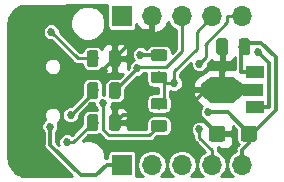
<source format=gbr>
G04 #@! TF.GenerationSoftware,KiCad,Pcbnew,(5.0.0)*
G04 #@! TF.CreationDate,2018-09-08T13:32:02-05:00*
G04 #@! TF.ProjectId,mini-attinyuino,6D696E692D617474696E7975696E6F2E,1.0*
G04 #@! TF.SameCoordinates,Original*
G04 #@! TF.FileFunction,Copper,L2,Bot,Signal*
G04 #@! TF.FilePolarity,Positive*
%FSLAX46Y46*%
G04 Gerber Fmt 4.6, Leading zero omitted, Abs format (unit mm)*
G04 Created by KiCad (PCBNEW (5.0.0)) date 09/08/18 13:32:02*
%MOMM*%
%LPD*%
G01*
G04 APERTURE LIST*
G04 #@! TA.AperFunction,ComponentPad*
%ADD10O,1.700000X1.700000*%
G04 #@! TD*
G04 #@! TA.AperFunction,ComponentPad*
%ADD11R,1.700000X1.700000*%
G04 #@! TD*
G04 #@! TA.AperFunction,Conductor*
%ADD12C,0.127000*%
G04 #@! TD*
G04 #@! TA.AperFunction,SMDPad,CuDef*
%ADD13C,1.350000*%
G04 #@! TD*
G04 #@! TA.AperFunction,SMDPad,CuDef*
%ADD14C,0.975000*%
G04 #@! TD*
G04 #@! TA.AperFunction,SMDPad,CuDef*
%ADD15C,0.850000*%
G04 #@! TD*
G04 #@! TA.AperFunction,SMDPad,CuDef*
%ADD16R,1.500000X1.000000*%
G04 #@! TD*
G04 #@! TA.AperFunction,SMDPad,CuDef*
%ADD17R,1.800000X1.000000*%
G04 #@! TD*
G04 #@! TA.AperFunction,SMDPad,CuDef*
%ADD18R,1.840000X2.200000*%
G04 #@! TD*
G04 #@! TA.AperFunction,SMDPad,CuDef*
%ADD19C,1.000000*%
G04 #@! TD*
G04 #@! TA.AperFunction,ViaPad*
%ADD20C,0.685800*%
G04 #@! TD*
G04 #@! TA.AperFunction,Conductor*
%ADD21C,0.300000*%
G04 #@! TD*
G04 #@! TA.AperFunction,Conductor*
%ADD22C,0.254000*%
G04 #@! TD*
G04 APERTURE END LIST*
D10*
G04 #@! TO.P,J1,5*
G04 #@! TO.N,+5V*
X136675000Y-99778800D03*
G04 #@! TO.P,J1,4*
G04 #@! TO.N,/PG3*
X134135000Y-99778800D03*
G04 #@! TO.P,J1,3*
G04 #@! TO.N,/PG1*
X131595000Y-99778800D03*
G04 #@! TO.P,J1,2*
G04 #@! TO.N,/PG4*
X129055000Y-99778800D03*
D11*
G04 #@! TO.P,J1,1*
G04 #@! TO.N,VBUS*
X126515000Y-99778800D03*
G04 #@! TD*
G04 #@! TO.P,J2,1*
G04 #@! TO.N,VCC*
X126515000Y-87233800D03*
D10*
G04 #@! TO.P,J2,2*
G04 #@! TO.N,GND*
X129055000Y-87233800D03*
G04 #@! TO.P,J2,3*
G04 #@! TO.N,Net-(J2-Pad3)*
X131595000Y-87233800D03*
G04 #@! TO.P,J2,4*
G04 #@! TO.N,Net-(J2-Pad4)*
X134135000Y-87233800D03*
G04 #@! TO.P,J2,5*
G04 #@! TO.N,/PG5*
X136675000Y-87233800D03*
G04 #@! TD*
D12*
G04 #@! TO.N,+5V*
G04 #@! TO.C,C1*
G36*
X137745505Y-96482204D02*
X137769773Y-96485804D01*
X137793572Y-96491765D01*
X137816671Y-96500030D01*
X137838850Y-96510520D01*
X137859893Y-96523132D01*
X137879599Y-96537747D01*
X137897777Y-96554223D01*
X137914253Y-96572401D01*
X137928868Y-96592107D01*
X137941480Y-96613150D01*
X137951970Y-96635329D01*
X137960235Y-96658428D01*
X137966196Y-96682227D01*
X137969796Y-96706495D01*
X137971000Y-96730999D01*
X137971000Y-97581001D01*
X137969796Y-97605505D01*
X137966196Y-97629773D01*
X137960235Y-97653572D01*
X137951970Y-97676671D01*
X137941480Y-97698850D01*
X137928868Y-97719893D01*
X137914253Y-97739599D01*
X137897777Y-97757777D01*
X137879599Y-97774253D01*
X137859893Y-97788868D01*
X137838850Y-97801480D01*
X137816671Y-97811970D01*
X137793572Y-97820235D01*
X137769773Y-97826196D01*
X137745505Y-97829796D01*
X137721001Y-97831000D01*
X136820999Y-97831000D01*
X136796495Y-97829796D01*
X136772227Y-97826196D01*
X136748428Y-97820235D01*
X136725329Y-97811970D01*
X136703150Y-97801480D01*
X136682107Y-97788868D01*
X136662401Y-97774253D01*
X136644223Y-97757777D01*
X136627747Y-97739599D01*
X136613132Y-97719893D01*
X136600520Y-97698850D01*
X136590030Y-97676671D01*
X136581765Y-97653572D01*
X136575804Y-97629773D01*
X136572204Y-97605505D01*
X136571000Y-97581001D01*
X136571000Y-96730999D01*
X136572204Y-96706495D01*
X136575804Y-96682227D01*
X136581765Y-96658428D01*
X136590030Y-96635329D01*
X136600520Y-96613150D01*
X136613132Y-96592107D01*
X136627747Y-96572401D01*
X136644223Y-96554223D01*
X136662401Y-96537747D01*
X136682107Y-96523132D01*
X136703150Y-96510520D01*
X136725329Y-96500030D01*
X136748428Y-96491765D01*
X136772227Y-96485804D01*
X136796495Y-96482204D01*
X136820999Y-96481000D01*
X137721001Y-96481000D01*
X137745505Y-96482204D01*
X137745505Y-96482204D01*
G37*
D13*
G04 #@! TD*
G04 #@! TO.P,C1,1*
G04 #@! TO.N,+5V*
X137271000Y-97156000D03*
D12*
G04 #@! TO.N,GND*
G04 #@! TO.C,C1*
G36*
X135045505Y-96482204D02*
X135069773Y-96485804D01*
X135093572Y-96491765D01*
X135116671Y-96500030D01*
X135138850Y-96510520D01*
X135159893Y-96523132D01*
X135179599Y-96537747D01*
X135197777Y-96554223D01*
X135214253Y-96572401D01*
X135228868Y-96592107D01*
X135241480Y-96613150D01*
X135251970Y-96635329D01*
X135260235Y-96658428D01*
X135266196Y-96682227D01*
X135269796Y-96706495D01*
X135271000Y-96730999D01*
X135271000Y-97581001D01*
X135269796Y-97605505D01*
X135266196Y-97629773D01*
X135260235Y-97653572D01*
X135251970Y-97676671D01*
X135241480Y-97698850D01*
X135228868Y-97719893D01*
X135214253Y-97739599D01*
X135197777Y-97757777D01*
X135179599Y-97774253D01*
X135159893Y-97788868D01*
X135138850Y-97801480D01*
X135116671Y-97811970D01*
X135093572Y-97820235D01*
X135069773Y-97826196D01*
X135045505Y-97829796D01*
X135021001Y-97831000D01*
X134120999Y-97831000D01*
X134096495Y-97829796D01*
X134072227Y-97826196D01*
X134048428Y-97820235D01*
X134025329Y-97811970D01*
X134003150Y-97801480D01*
X133982107Y-97788868D01*
X133962401Y-97774253D01*
X133944223Y-97757777D01*
X133927747Y-97739599D01*
X133913132Y-97719893D01*
X133900520Y-97698850D01*
X133890030Y-97676671D01*
X133881765Y-97653572D01*
X133875804Y-97629773D01*
X133872204Y-97605505D01*
X133871000Y-97581001D01*
X133871000Y-96730999D01*
X133872204Y-96706495D01*
X133875804Y-96682227D01*
X133881765Y-96658428D01*
X133890030Y-96635329D01*
X133900520Y-96613150D01*
X133913132Y-96592107D01*
X133927747Y-96572401D01*
X133944223Y-96554223D01*
X133962401Y-96537747D01*
X133982107Y-96523132D01*
X134003150Y-96510520D01*
X134025329Y-96500030D01*
X134048428Y-96491765D01*
X134072227Y-96485804D01*
X134096495Y-96482204D01*
X134120999Y-96481000D01*
X135021001Y-96481000D01*
X135045505Y-96482204D01*
X135045505Y-96482204D01*
G37*
D13*
G04 #@! TD*
G04 #@! TO.P,C1,2*
G04 #@! TO.N,GND*
X134571000Y-97156000D03*
D12*
G04 #@! TO.N,+5V*
G04 #@! TO.C,C2*
G36*
X137148142Y-89092674D02*
X137171803Y-89096184D01*
X137195007Y-89101996D01*
X137217529Y-89110054D01*
X137239153Y-89120282D01*
X137259670Y-89132579D01*
X137278883Y-89146829D01*
X137296607Y-89162893D01*
X137312671Y-89180617D01*
X137326921Y-89199830D01*
X137339218Y-89220347D01*
X137349446Y-89241971D01*
X137357504Y-89264493D01*
X137363316Y-89287697D01*
X137366826Y-89311358D01*
X137368000Y-89335250D01*
X137368000Y-90247750D01*
X137366826Y-90271642D01*
X137363316Y-90295303D01*
X137357504Y-90318507D01*
X137349446Y-90341029D01*
X137339218Y-90362653D01*
X137326921Y-90383170D01*
X137312671Y-90402383D01*
X137296607Y-90420107D01*
X137278883Y-90436171D01*
X137259670Y-90450421D01*
X137239153Y-90462718D01*
X137217529Y-90472946D01*
X137195007Y-90481004D01*
X137171803Y-90486816D01*
X137148142Y-90490326D01*
X137124250Y-90491500D01*
X136636750Y-90491500D01*
X136612858Y-90490326D01*
X136589197Y-90486816D01*
X136565993Y-90481004D01*
X136543471Y-90472946D01*
X136521847Y-90462718D01*
X136501330Y-90450421D01*
X136482117Y-90436171D01*
X136464393Y-90420107D01*
X136448329Y-90402383D01*
X136434079Y-90383170D01*
X136421782Y-90362653D01*
X136411554Y-90341029D01*
X136403496Y-90318507D01*
X136397684Y-90295303D01*
X136394174Y-90271642D01*
X136393000Y-90247750D01*
X136393000Y-89335250D01*
X136394174Y-89311358D01*
X136397684Y-89287697D01*
X136403496Y-89264493D01*
X136411554Y-89241971D01*
X136421782Y-89220347D01*
X136434079Y-89199830D01*
X136448329Y-89180617D01*
X136464393Y-89162893D01*
X136482117Y-89146829D01*
X136501330Y-89132579D01*
X136521847Y-89120282D01*
X136543471Y-89110054D01*
X136565993Y-89101996D01*
X136589197Y-89096184D01*
X136612858Y-89092674D01*
X136636750Y-89091500D01*
X137124250Y-89091500D01*
X137148142Y-89092674D01*
X137148142Y-89092674D01*
G37*
D14*
G04 #@! TD*
G04 #@! TO.P,C2,1*
G04 #@! TO.N,+5V*
X136880500Y-89791500D03*
D12*
G04 #@! TO.N,GND*
G04 #@! TO.C,C2*
G36*
X135273142Y-89092674D02*
X135296803Y-89096184D01*
X135320007Y-89101996D01*
X135342529Y-89110054D01*
X135364153Y-89120282D01*
X135384670Y-89132579D01*
X135403883Y-89146829D01*
X135421607Y-89162893D01*
X135437671Y-89180617D01*
X135451921Y-89199830D01*
X135464218Y-89220347D01*
X135474446Y-89241971D01*
X135482504Y-89264493D01*
X135488316Y-89287697D01*
X135491826Y-89311358D01*
X135493000Y-89335250D01*
X135493000Y-90247750D01*
X135491826Y-90271642D01*
X135488316Y-90295303D01*
X135482504Y-90318507D01*
X135474446Y-90341029D01*
X135464218Y-90362653D01*
X135451921Y-90383170D01*
X135437671Y-90402383D01*
X135421607Y-90420107D01*
X135403883Y-90436171D01*
X135384670Y-90450421D01*
X135364153Y-90462718D01*
X135342529Y-90472946D01*
X135320007Y-90481004D01*
X135296803Y-90486816D01*
X135273142Y-90490326D01*
X135249250Y-90491500D01*
X134761750Y-90491500D01*
X134737858Y-90490326D01*
X134714197Y-90486816D01*
X134690993Y-90481004D01*
X134668471Y-90472946D01*
X134646847Y-90462718D01*
X134626330Y-90450421D01*
X134607117Y-90436171D01*
X134589393Y-90420107D01*
X134573329Y-90402383D01*
X134559079Y-90383170D01*
X134546782Y-90362653D01*
X134536554Y-90341029D01*
X134528496Y-90318507D01*
X134522684Y-90295303D01*
X134519174Y-90271642D01*
X134518000Y-90247750D01*
X134518000Y-89335250D01*
X134519174Y-89311358D01*
X134522684Y-89287697D01*
X134528496Y-89264493D01*
X134536554Y-89241971D01*
X134546782Y-89220347D01*
X134559079Y-89199830D01*
X134573329Y-89180617D01*
X134589393Y-89162893D01*
X134607117Y-89146829D01*
X134626330Y-89132579D01*
X134646847Y-89120282D01*
X134668471Y-89110054D01*
X134690993Y-89101996D01*
X134714197Y-89096184D01*
X134737858Y-89092674D01*
X134761750Y-89091500D01*
X135249250Y-89091500D01*
X135273142Y-89092674D01*
X135273142Y-89092674D01*
G37*
D14*
G04 #@! TD*
G04 #@! TO.P,C2,2*
G04 #@! TO.N,GND*
X135005500Y-89791500D03*
D12*
G04 #@! TO.N,GND*
G04 #@! TO.C,R1*
G36*
X126183142Y-95518774D02*
X126206803Y-95522284D01*
X126230007Y-95528096D01*
X126252529Y-95536154D01*
X126274153Y-95546382D01*
X126294670Y-95558679D01*
X126313883Y-95572929D01*
X126331607Y-95588993D01*
X126347671Y-95606717D01*
X126361921Y-95625930D01*
X126374218Y-95646447D01*
X126384446Y-95668071D01*
X126392504Y-95690593D01*
X126398316Y-95713797D01*
X126401826Y-95737458D01*
X126403000Y-95761350D01*
X126403000Y-96673850D01*
X126401826Y-96697742D01*
X126398316Y-96721403D01*
X126392504Y-96744607D01*
X126384446Y-96767129D01*
X126374218Y-96788753D01*
X126361921Y-96809270D01*
X126347671Y-96828483D01*
X126331607Y-96846207D01*
X126313883Y-96862271D01*
X126294670Y-96876521D01*
X126274153Y-96888818D01*
X126252529Y-96899046D01*
X126230007Y-96907104D01*
X126206803Y-96912916D01*
X126183142Y-96916426D01*
X126159250Y-96917600D01*
X125671750Y-96917600D01*
X125647858Y-96916426D01*
X125624197Y-96912916D01*
X125600993Y-96907104D01*
X125578471Y-96899046D01*
X125556847Y-96888818D01*
X125536330Y-96876521D01*
X125517117Y-96862271D01*
X125499393Y-96846207D01*
X125483329Y-96828483D01*
X125469079Y-96809270D01*
X125456782Y-96788753D01*
X125446554Y-96767129D01*
X125438496Y-96744607D01*
X125432684Y-96721403D01*
X125429174Y-96697742D01*
X125428000Y-96673850D01*
X125428000Y-95761350D01*
X125429174Y-95737458D01*
X125432684Y-95713797D01*
X125438496Y-95690593D01*
X125446554Y-95668071D01*
X125456782Y-95646447D01*
X125469079Y-95625930D01*
X125483329Y-95606717D01*
X125499393Y-95588993D01*
X125517117Y-95572929D01*
X125536330Y-95558679D01*
X125556847Y-95546382D01*
X125578471Y-95536154D01*
X125600993Y-95528096D01*
X125624197Y-95522284D01*
X125647858Y-95518774D01*
X125671750Y-95517600D01*
X126159250Y-95517600D01*
X126183142Y-95518774D01*
X126183142Y-95518774D01*
G37*
D14*
G04 #@! TD*
G04 #@! TO.P,R1,2*
G04 #@! TO.N,GND*
X125915500Y-96217600D03*
D12*
G04 #@! TO.N,Net-(D1-Pad1)*
G04 #@! TO.C,R1*
G36*
X124308142Y-95518774D02*
X124331803Y-95522284D01*
X124355007Y-95528096D01*
X124377529Y-95536154D01*
X124399153Y-95546382D01*
X124419670Y-95558679D01*
X124438883Y-95572929D01*
X124456607Y-95588993D01*
X124472671Y-95606717D01*
X124486921Y-95625930D01*
X124499218Y-95646447D01*
X124509446Y-95668071D01*
X124517504Y-95690593D01*
X124523316Y-95713797D01*
X124526826Y-95737458D01*
X124528000Y-95761350D01*
X124528000Y-96673850D01*
X124526826Y-96697742D01*
X124523316Y-96721403D01*
X124517504Y-96744607D01*
X124509446Y-96767129D01*
X124499218Y-96788753D01*
X124486921Y-96809270D01*
X124472671Y-96828483D01*
X124456607Y-96846207D01*
X124438883Y-96862271D01*
X124419670Y-96876521D01*
X124399153Y-96888818D01*
X124377529Y-96899046D01*
X124355007Y-96907104D01*
X124331803Y-96912916D01*
X124308142Y-96916426D01*
X124284250Y-96917600D01*
X123796750Y-96917600D01*
X123772858Y-96916426D01*
X123749197Y-96912916D01*
X123725993Y-96907104D01*
X123703471Y-96899046D01*
X123681847Y-96888818D01*
X123661330Y-96876521D01*
X123642117Y-96862271D01*
X123624393Y-96846207D01*
X123608329Y-96828483D01*
X123594079Y-96809270D01*
X123581782Y-96788753D01*
X123571554Y-96767129D01*
X123563496Y-96744607D01*
X123557684Y-96721403D01*
X123554174Y-96697742D01*
X123553000Y-96673850D01*
X123553000Y-95761350D01*
X123554174Y-95737458D01*
X123557684Y-95713797D01*
X123563496Y-95690593D01*
X123571554Y-95668071D01*
X123581782Y-95646447D01*
X123594079Y-95625930D01*
X123608329Y-95606717D01*
X123624393Y-95588993D01*
X123642117Y-95572929D01*
X123661330Y-95558679D01*
X123681847Y-95546382D01*
X123703471Y-95536154D01*
X123725993Y-95528096D01*
X123749197Y-95522284D01*
X123772858Y-95518774D01*
X123796750Y-95517600D01*
X124284250Y-95517600D01*
X124308142Y-95518774D01*
X124308142Y-95518774D01*
G37*
D14*
G04 #@! TD*
G04 #@! TO.P,R1,1*
G04 #@! TO.N,Net-(D1-Pad1)*
X124040500Y-96217600D03*
D12*
G04 #@! TO.N,Net-(D3-Pad1)*
G04 #@! TO.C,R2*
G36*
X124308142Y-90096274D02*
X124331803Y-90099784D01*
X124355007Y-90105596D01*
X124377529Y-90113654D01*
X124399153Y-90123882D01*
X124419670Y-90136179D01*
X124438883Y-90150429D01*
X124456607Y-90166493D01*
X124472671Y-90184217D01*
X124486921Y-90203430D01*
X124499218Y-90223947D01*
X124509446Y-90245571D01*
X124517504Y-90268093D01*
X124523316Y-90291297D01*
X124526826Y-90314958D01*
X124528000Y-90338850D01*
X124528000Y-91251350D01*
X124526826Y-91275242D01*
X124523316Y-91298903D01*
X124517504Y-91322107D01*
X124509446Y-91344629D01*
X124499218Y-91366253D01*
X124486921Y-91386770D01*
X124472671Y-91405983D01*
X124456607Y-91423707D01*
X124438883Y-91439771D01*
X124419670Y-91454021D01*
X124399153Y-91466318D01*
X124377529Y-91476546D01*
X124355007Y-91484604D01*
X124331803Y-91490416D01*
X124308142Y-91493926D01*
X124284250Y-91495100D01*
X123796750Y-91495100D01*
X123772858Y-91493926D01*
X123749197Y-91490416D01*
X123725993Y-91484604D01*
X123703471Y-91476546D01*
X123681847Y-91466318D01*
X123661330Y-91454021D01*
X123642117Y-91439771D01*
X123624393Y-91423707D01*
X123608329Y-91405983D01*
X123594079Y-91386770D01*
X123581782Y-91366253D01*
X123571554Y-91344629D01*
X123563496Y-91322107D01*
X123557684Y-91298903D01*
X123554174Y-91275242D01*
X123553000Y-91251350D01*
X123553000Y-90338850D01*
X123554174Y-90314958D01*
X123557684Y-90291297D01*
X123563496Y-90268093D01*
X123571554Y-90245571D01*
X123581782Y-90223947D01*
X123594079Y-90203430D01*
X123608329Y-90184217D01*
X123624393Y-90166493D01*
X123642117Y-90150429D01*
X123661330Y-90136179D01*
X123681847Y-90123882D01*
X123703471Y-90113654D01*
X123725993Y-90105596D01*
X123749197Y-90099784D01*
X123772858Y-90096274D01*
X123796750Y-90095100D01*
X124284250Y-90095100D01*
X124308142Y-90096274D01*
X124308142Y-90096274D01*
G37*
D14*
G04 #@! TD*
G04 #@! TO.P,R2,1*
G04 #@! TO.N,Net-(D3-Pad1)*
X124040500Y-90795100D03*
D12*
G04 #@! TO.N,GND*
G04 #@! TO.C,R2*
G36*
X126183142Y-90096274D02*
X126206803Y-90099784D01*
X126230007Y-90105596D01*
X126252529Y-90113654D01*
X126274153Y-90123882D01*
X126294670Y-90136179D01*
X126313883Y-90150429D01*
X126331607Y-90166493D01*
X126347671Y-90184217D01*
X126361921Y-90203430D01*
X126374218Y-90223947D01*
X126384446Y-90245571D01*
X126392504Y-90268093D01*
X126398316Y-90291297D01*
X126401826Y-90314958D01*
X126403000Y-90338850D01*
X126403000Y-91251350D01*
X126401826Y-91275242D01*
X126398316Y-91298903D01*
X126392504Y-91322107D01*
X126384446Y-91344629D01*
X126374218Y-91366253D01*
X126361921Y-91386770D01*
X126347671Y-91405983D01*
X126331607Y-91423707D01*
X126313883Y-91439771D01*
X126294670Y-91454021D01*
X126274153Y-91466318D01*
X126252529Y-91476546D01*
X126230007Y-91484604D01*
X126206803Y-91490416D01*
X126183142Y-91493926D01*
X126159250Y-91495100D01*
X125671750Y-91495100D01*
X125647858Y-91493926D01*
X125624197Y-91490416D01*
X125600993Y-91484604D01*
X125578471Y-91476546D01*
X125556847Y-91466318D01*
X125536330Y-91454021D01*
X125517117Y-91439771D01*
X125499393Y-91423707D01*
X125483329Y-91405983D01*
X125469079Y-91386770D01*
X125456782Y-91366253D01*
X125446554Y-91344629D01*
X125438496Y-91322107D01*
X125432684Y-91298903D01*
X125429174Y-91275242D01*
X125428000Y-91251350D01*
X125428000Y-90338850D01*
X125429174Y-90314958D01*
X125432684Y-90291297D01*
X125438496Y-90268093D01*
X125446554Y-90245571D01*
X125456782Y-90223947D01*
X125469079Y-90203430D01*
X125483329Y-90184217D01*
X125499393Y-90166493D01*
X125517117Y-90150429D01*
X125536330Y-90136179D01*
X125556847Y-90123882D01*
X125578471Y-90113654D01*
X125600993Y-90105596D01*
X125624197Y-90099784D01*
X125647858Y-90096274D01*
X125671750Y-90095100D01*
X126159250Y-90095100D01*
X126183142Y-90096274D01*
X126183142Y-90096274D01*
G37*
D14*
G04 #@! TD*
G04 #@! TO.P,R2,2*
G04 #@! TO.N,GND*
X125915500Y-90795100D03*
D12*
G04 #@! TO.N,Net-(D5-Pad1)*
G04 #@! TO.C,R3*
G36*
X124308142Y-92807474D02*
X124331803Y-92810984D01*
X124355007Y-92816796D01*
X124377529Y-92824854D01*
X124399153Y-92835082D01*
X124419670Y-92847379D01*
X124438883Y-92861629D01*
X124456607Y-92877693D01*
X124472671Y-92895417D01*
X124486921Y-92914630D01*
X124499218Y-92935147D01*
X124509446Y-92956771D01*
X124517504Y-92979293D01*
X124523316Y-93002497D01*
X124526826Y-93026158D01*
X124528000Y-93050050D01*
X124528000Y-93962550D01*
X124526826Y-93986442D01*
X124523316Y-94010103D01*
X124517504Y-94033307D01*
X124509446Y-94055829D01*
X124499218Y-94077453D01*
X124486921Y-94097970D01*
X124472671Y-94117183D01*
X124456607Y-94134907D01*
X124438883Y-94150971D01*
X124419670Y-94165221D01*
X124399153Y-94177518D01*
X124377529Y-94187746D01*
X124355007Y-94195804D01*
X124331803Y-94201616D01*
X124308142Y-94205126D01*
X124284250Y-94206300D01*
X123796750Y-94206300D01*
X123772858Y-94205126D01*
X123749197Y-94201616D01*
X123725993Y-94195804D01*
X123703471Y-94187746D01*
X123681847Y-94177518D01*
X123661330Y-94165221D01*
X123642117Y-94150971D01*
X123624393Y-94134907D01*
X123608329Y-94117183D01*
X123594079Y-94097970D01*
X123581782Y-94077453D01*
X123571554Y-94055829D01*
X123563496Y-94033307D01*
X123557684Y-94010103D01*
X123554174Y-93986442D01*
X123553000Y-93962550D01*
X123553000Y-93050050D01*
X123554174Y-93026158D01*
X123557684Y-93002497D01*
X123563496Y-92979293D01*
X123571554Y-92956771D01*
X123581782Y-92935147D01*
X123594079Y-92914630D01*
X123608329Y-92895417D01*
X123624393Y-92877693D01*
X123642117Y-92861629D01*
X123661330Y-92847379D01*
X123681847Y-92835082D01*
X123703471Y-92824854D01*
X123725993Y-92816796D01*
X123749197Y-92810984D01*
X123772858Y-92807474D01*
X123796750Y-92806300D01*
X124284250Y-92806300D01*
X124308142Y-92807474D01*
X124308142Y-92807474D01*
G37*
D14*
G04 #@! TD*
G04 #@! TO.P,R3,1*
G04 #@! TO.N,Net-(D5-Pad1)*
X124040500Y-93506300D03*
D12*
G04 #@! TO.N,Net-(J2-Pad3)*
G04 #@! TO.C,R3*
G36*
X126183142Y-92807474D02*
X126206803Y-92810984D01*
X126230007Y-92816796D01*
X126252529Y-92824854D01*
X126274153Y-92835082D01*
X126294670Y-92847379D01*
X126313883Y-92861629D01*
X126331607Y-92877693D01*
X126347671Y-92895417D01*
X126361921Y-92914630D01*
X126374218Y-92935147D01*
X126384446Y-92956771D01*
X126392504Y-92979293D01*
X126398316Y-93002497D01*
X126401826Y-93026158D01*
X126403000Y-93050050D01*
X126403000Y-93962550D01*
X126401826Y-93986442D01*
X126398316Y-94010103D01*
X126392504Y-94033307D01*
X126384446Y-94055829D01*
X126374218Y-94077453D01*
X126361921Y-94097970D01*
X126347671Y-94117183D01*
X126331607Y-94134907D01*
X126313883Y-94150971D01*
X126294670Y-94165221D01*
X126274153Y-94177518D01*
X126252529Y-94187746D01*
X126230007Y-94195804D01*
X126206803Y-94201616D01*
X126183142Y-94205126D01*
X126159250Y-94206300D01*
X125671750Y-94206300D01*
X125647858Y-94205126D01*
X125624197Y-94201616D01*
X125600993Y-94195804D01*
X125578471Y-94187746D01*
X125556847Y-94177518D01*
X125536330Y-94165221D01*
X125517117Y-94150971D01*
X125499393Y-94134907D01*
X125483329Y-94117183D01*
X125469079Y-94097970D01*
X125456782Y-94077453D01*
X125446554Y-94055829D01*
X125438496Y-94033307D01*
X125432684Y-94010103D01*
X125429174Y-93986442D01*
X125428000Y-93962550D01*
X125428000Y-93050050D01*
X125429174Y-93026158D01*
X125432684Y-93002497D01*
X125438496Y-92979293D01*
X125446554Y-92956771D01*
X125456782Y-92935147D01*
X125469079Y-92914630D01*
X125483329Y-92895417D01*
X125499393Y-92877693D01*
X125517117Y-92861629D01*
X125536330Y-92847379D01*
X125556847Y-92835082D01*
X125578471Y-92824854D01*
X125600993Y-92816796D01*
X125624197Y-92810984D01*
X125647858Y-92807474D01*
X125671750Y-92806300D01*
X126159250Y-92806300D01*
X126183142Y-92807474D01*
X126183142Y-92807474D01*
G37*
D14*
G04 #@! TD*
G04 #@! TO.P,R3,2*
G04 #@! TO.N,Net-(J2-Pad3)*
X125915500Y-93506300D03*
D12*
G04 #@! TO.N,+5V*
G04 #@! TO.C,R4*
G36*
X130134142Y-90031574D02*
X130157803Y-90035084D01*
X130181007Y-90040896D01*
X130203529Y-90048954D01*
X130225153Y-90059182D01*
X130245670Y-90071479D01*
X130264883Y-90085729D01*
X130282607Y-90101793D01*
X130298671Y-90119517D01*
X130312921Y-90138730D01*
X130325218Y-90159247D01*
X130335446Y-90180871D01*
X130343504Y-90203393D01*
X130349316Y-90226597D01*
X130352826Y-90250258D01*
X130354000Y-90274150D01*
X130354000Y-90761650D01*
X130352826Y-90785542D01*
X130349316Y-90809203D01*
X130343504Y-90832407D01*
X130335446Y-90854929D01*
X130325218Y-90876553D01*
X130312921Y-90897070D01*
X130298671Y-90916283D01*
X130282607Y-90934007D01*
X130264883Y-90950071D01*
X130245670Y-90964321D01*
X130225153Y-90976618D01*
X130203529Y-90986846D01*
X130181007Y-90994904D01*
X130157803Y-91000716D01*
X130134142Y-91004226D01*
X130110250Y-91005400D01*
X129197750Y-91005400D01*
X129173858Y-91004226D01*
X129150197Y-91000716D01*
X129126993Y-90994904D01*
X129104471Y-90986846D01*
X129082847Y-90976618D01*
X129062330Y-90964321D01*
X129043117Y-90950071D01*
X129025393Y-90934007D01*
X129009329Y-90916283D01*
X128995079Y-90897070D01*
X128982782Y-90876553D01*
X128972554Y-90854929D01*
X128964496Y-90832407D01*
X128958684Y-90809203D01*
X128955174Y-90785542D01*
X128954000Y-90761650D01*
X128954000Y-90274150D01*
X128955174Y-90250258D01*
X128958684Y-90226597D01*
X128964496Y-90203393D01*
X128972554Y-90180871D01*
X128982782Y-90159247D01*
X128995079Y-90138730D01*
X129009329Y-90119517D01*
X129025393Y-90101793D01*
X129043117Y-90085729D01*
X129062330Y-90071479D01*
X129082847Y-90059182D01*
X129104471Y-90048954D01*
X129126993Y-90040896D01*
X129150197Y-90035084D01*
X129173858Y-90031574D01*
X129197750Y-90030400D01*
X130110250Y-90030400D01*
X130134142Y-90031574D01*
X130134142Y-90031574D01*
G37*
D14*
G04 #@! TD*
G04 #@! TO.P,R4,1*
G04 #@! TO.N,+5V*
X129654000Y-90517900D03*
D12*
G04 #@! TO.N,Net-(J2-Pad4)*
G04 #@! TO.C,R4*
G36*
X130134142Y-91906574D02*
X130157803Y-91910084D01*
X130181007Y-91915896D01*
X130203529Y-91923954D01*
X130225153Y-91934182D01*
X130245670Y-91946479D01*
X130264883Y-91960729D01*
X130282607Y-91976793D01*
X130298671Y-91994517D01*
X130312921Y-92013730D01*
X130325218Y-92034247D01*
X130335446Y-92055871D01*
X130343504Y-92078393D01*
X130349316Y-92101597D01*
X130352826Y-92125258D01*
X130354000Y-92149150D01*
X130354000Y-92636650D01*
X130352826Y-92660542D01*
X130349316Y-92684203D01*
X130343504Y-92707407D01*
X130335446Y-92729929D01*
X130325218Y-92751553D01*
X130312921Y-92772070D01*
X130298671Y-92791283D01*
X130282607Y-92809007D01*
X130264883Y-92825071D01*
X130245670Y-92839321D01*
X130225153Y-92851618D01*
X130203529Y-92861846D01*
X130181007Y-92869904D01*
X130157803Y-92875716D01*
X130134142Y-92879226D01*
X130110250Y-92880400D01*
X129197750Y-92880400D01*
X129173858Y-92879226D01*
X129150197Y-92875716D01*
X129126993Y-92869904D01*
X129104471Y-92861846D01*
X129082847Y-92851618D01*
X129062330Y-92839321D01*
X129043117Y-92825071D01*
X129025393Y-92809007D01*
X129009329Y-92791283D01*
X128995079Y-92772070D01*
X128982782Y-92751553D01*
X128972554Y-92729929D01*
X128964496Y-92707407D01*
X128958684Y-92684203D01*
X128955174Y-92660542D01*
X128954000Y-92636650D01*
X128954000Y-92149150D01*
X128955174Y-92125258D01*
X128958684Y-92101597D01*
X128964496Y-92078393D01*
X128972554Y-92055871D01*
X128982782Y-92034247D01*
X128995079Y-92013730D01*
X129009329Y-91994517D01*
X129025393Y-91976793D01*
X129043117Y-91960729D01*
X129062330Y-91946479D01*
X129082847Y-91934182D01*
X129104471Y-91923954D01*
X129126993Y-91915896D01*
X129150197Y-91910084D01*
X129173858Y-91906574D01*
X129197750Y-91905400D01*
X130110250Y-91905400D01*
X130134142Y-91906574D01*
X130134142Y-91906574D01*
G37*
D14*
G04 #@! TD*
G04 #@! TO.P,R4,2*
G04 #@! TO.N,Net-(J2-Pad4)*
X129654000Y-92392900D03*
D12*
G04 #@! TO.N,Net-(J2-Pad4)*
G04 #@! TO.C,R5*
G36*
X130134142Y-94133274D02*
X130157803Y-94136784D01*
X130181007Y-94142596D01*
X130203529Y-94150654D01*
X130225153Y-94160882D01*
X130245670Y-94173179D01*
X130264883Y-94187429D01*
X130282607Y-94203493D01*
X130298671Y-94221217D01*
X130312921Y-94240430D01*
X130325218Y-94260947D01*
X130335446Y-94282571D01*
X130343504Y-94305093D01*
X130349316Y-94328297D01*
X130352826Y-94351958D01*
X130354000Y-94375850D01*
X130354000Y-94863350D01*
X130352826Y-94887242D01*
X130349316Y-94910903D01*
X130343504Y-94934107D01*
X130335446Y-94956629D01*
X130325218Y-94978253D01*
X130312921Y-94998770D01*
X130298671Y-95017983D01*
X130282607Y-95035707D01*
X130264883Y-95051771D01*
X130245670Y-95066021D01*
X130225153Y-95078318D01*
X130203529Y-95088546D01*
X130181007Y-95096604D01*
X130157803Y-95102416D01*
X130134142Y-95105926D01*
X130110250Y-95107100D01*
X129197750Y-95107100D01*
X129173858Y-95105926D01*
X129150197Y-95102416D01*
X129126993Y-95096604D01*
X129104471Y-95088546D01*
X129082847Y-95078318D01*
X129062330Y-95066021D01*
X129043117Y-95051771D01*
X129025393Y-95035707D01*
X129009329Y-95017983D01*
X128995079Y-94998770D01*
X128982782Y-94978253D01*
X128972554Y-94956629D01*
X128964496Y-94934107D01*
X128958684Y-94910903D01*
X128955174Y-94887242D01*
X128954000Y-94863350D01*
X128954000Y-94375850D01*
X128955174Y-94351958D01*
X128958684Y-94328297D01*
X128964496Y-94305093D01*
X128972554Y-94282571D01*
X128982782Y-94260947D01*
X128995079Y-94240430D01*
X129009329Y-94221217D01*
X129025393Y-94203493D01*
X129043117Y-94187429D01*
X129062330Y-94173179D01*
X129082847Y-94160882D01*
X129104471Y-94150654D01*
X129126993Y-94142596D01*
X129150197Y-94136784D01*
X129173858Y-94133274D01*
X129197750Y-94132100D01*
X130110250Y-94132100D01*
X130134142Y-94133274D01*
X130134142Y-94133274D01*
G37*
D14*
G04 #@! TD*
G04 #@! TO.P,R5,2*
G04 #@! TO.N,Net-(J2-Pad4)*
X129654000Y-94619600D03*
D12*
G04 #@! TO.N,Net-(D4-Pad1)*
G04 #@! TO.C,R5*
G36*
X130134142Y-96008274D02*
X130157803Y-96011784D01*
X130181007Y-96017596D01*
X130203529Y-96025654D01*
X130225153Y-96035882D01*
X130245670Y-96048179D01*
X130264883Y-96062429D01*
X130282607Y-96078493D01*
X130298671Y-96096217D01*
X130312921Y-96115430D01*
X130325218Y-96135947D01*
X130335446Y-96157571D01*
X130343504Y-96180093D01*
X130349316Y-96203297D01*
X130352826Y-96226958D01*
X130354000Y-96250850D01*
X130354000Y-96738350D01*
X130352826Y-96762242D01*
X130349316Y-96785903D01*
X130343504Y-96809107D01*
X130335446Y-96831629D01*
X130325218Y-96853253D01*
X130312921Y-96873770D01*
X130298671Y-96892983D01*
X130282607Y-96910707D01*
X130264883Y-96926771D01*
X130245670Y-96941021D01*
X130225153Y-96953318D01*
X130203529Y-96963546D01*
X130181007Y-96971604D01*
X130157803Y-96977416D01*
X130134142Y-96980926D01*
X130110250Y-96982100D01*
X129197750Y-96982100D01*
X129173858Y-96980926D01*
X129150197Y-96977416D01*
X129126993Y-96971604D01*
X129104471Y-96963546D01*
X129082847Y-96953318D01*
X129062330Y-96941021D01*
X129043117Y-96926771D01*
X129025393Y-96910707D01*
X129009329Y-96892983D01*
X128995079Y-96873770D01*
X128982782Y-96853253D01*
X128972554Y-96831629D01*
X128964496Y-96809107D01*
X128958684Y-96785903D01*
X128955174Y-96762242D01*
X128954000Y-96738350D01*
X128954000Y-96250850D01*
X128955174Y-96226958D01*
X128958684Y-96203297D01*
X128964496Y-96180093D01*
X128972554Y-96157571D01*
X128982782Y-96135947D01*
X128995079Y-96115430D01*
X129009329Y-96096217D01*
X129025393Y-96078493D01*
X129043117Y-96062429D01*
X129062330Y-96048179D01*
X129082847Y-96035882D01*
X129104471Y-96025654D01*
X129126993Y-96017596D01*
X129150197Y-96011784D01*
X129173858Y-96008274D01*
X129197750Y-96007100D01*
X130110250Y-96007100D01*
X130134142Y-96008274D01*
X130134142Y-96008274D01*
G37*
D14*
G04 #@! TD*
G04 #@! TO.P,R5,1*
G04 #@! TO.N,Net-(D4-Pad1)*
X129654000Y-96494600D03*
D15*
G04 #@! TO.P,U1,2*
G04 #@! TO.N,GND*
X133651000Y-93423800D03*
D12*
G04 #@! TD*
G04 #@! TO.N,GND*
G04 #@! TO.C,U1*
G36*
X133226000Y-92923800D02*
X134076000Y-92323800D01*
X134076000Y-94523800D01*
X133226000Y-93923800D01*
X133226000Y-92923800D01*
X133226000Y-92923800D01*
G37*
D16*
G04 #@! TO.P,U1,1*
G04 #@! TO.N,+5V*
X137798000Y-91923800D03*
D17*
G04 #@! TO.P,U1,2*
G04 #@! TO.N,GND*
X137651500Y-93423800D03*
D16*
G04 #@! TO.P,U1,3*
G04 #@! TO.N,VCC*
X137798000Y-94923800D03*
D18*
G04 #@! TO.P,U1,2*
G04 #@! TO.N,GND*
X134984500Y-93423800D03*
D19*
X136394200Y-93423800D03*
D12*
G04 #@! TD*
G04 #@! TO.N,GND*
G04 #@! TO.C,U1*
G36*
X136894200Y-93823800D02*
X135894200Y-94523800D01*
X135894200Y-92323800D01*
X136894200Y-93023800D01*
X136894200Y-93823800D01*
X136894200Y-93823800D01*
G37*
D20*
G04 #@! TO.N,+5V*
X133817800Y-95346300D03*
X128087500Y-90479600D03*
G04 #@! TO.N,GND*
X125022500Y-91829900D03*
X131121500Y-95313100D03*
G04 #@! TO.N,Net-(D1-Pad1)*
X121872000Y-97851100D03*
G04 #@! TO.N,Net-(D3-Pad1)*
X120522700Y-88541700D03*
G04 #@! TO.N,VCC*
X138019500Y-90216100D03*
G04 #@! TO.N,Net-(D5-Pad1)*
X122171700Y-95565200D03*
G04 #@! TO.N,/PG3*
X133086200Y-96788100D03*
G04 #@! TO.N,/PG5*
X133070100Y-91223900D03*
G04 #@! TO.N,VBUS*
X120423200Y-96564100D03*
G04 #@! TO.N,Net-(D4-Pad1)*
X124923800Y-94584300D03*
G04 #@! TO.N,Net-(J2-Pad4)*
X130963400Y-92890100D03*
G04 #@! TO.N,Net-(J2-Pad3)*
X127820000Y-91601800D03*
G04 #@! TD*
D21*
G04 #@! TO.N,+5V*
X133817800Y-95346300D02*
X135461300Y-95346300D01*
X135461300Y-95346300D02*
X137271000Y-97156000D01*
X129654000Y-90517900D02*
X128125800Y-90517900D01*
X128125800Y-90517900D02*
X128087500Y-90479600D01*
X137271000Y-97156000D02*
X137560600Y-97156000D01*
X137560600Y-97156000D02*
X139552500Y-95164100D01*
X139552500Y-95164100D02*
X139552500Y-90692100D01*
X139552500Y-90692100D02*
X138309600Y-89449200D01*
X138309600Y-89449200D02*
X137222800Y-89449200D01*
X137222800Y-89449200D02*
X136880500Y-89791500D01*
X137271000Y-97156000D02*
X137271000Y-97928500D01*
X137271000Y-97928500D02*
X136675000Y-98524500D01*
X137798000Y-91923800D02*
X136643700Y-91923800D01*
X136880500Y-89791500D02*
X136643700Y-90028300D01*
X136643700Y-90028300D02*
X136643700Y-91923800D01*
X136675000Y-99778800D02*
X136675000Y-98524500D01*
G04 #@! TO.N,GND*
X132433800Y-95018800D02*
X134571000Y-97156000D01*
X131121500Y-95313100D02*
X132139500Y-95313100D01*
X132139500Y-95313100D02*
X132433800Y-95018800D01*
X133651000Y-93423800D02*
X132433800Y-94641000D01*
X132433800Y-94641000D02*
X132433800Y-95018800D01*
X125022500Y-91829900D02*
X125022500Y-91688100D01*
X125022500Y-91688100D02*
X125915500Y-90795100D01*
X125915500Y-96217600D02*
X126576000Y-95557100D01*
X126576000Y-95557100D02*
X130877500Y-95557100D01*
X130877500Y-95557100D02*
X131121500Y-95313100D01*
X129055000Y-88488100D02*
X128222500Y-88488100D01*
X128222500Y-88488100D02*
X125915500Y-90795100D01*
X133651000Y-93423800D02*
X133660200Y-93423800D01*
X129055000Y-87233800D02*
X129055000Y-88488100D01*
X136394200Y-93423800D02*
X137651500Y-93423800D01*
X135005500Y-93423800D02*
X136394200Y-93423800D01*
X134984500Y-93423800D02*
X133660200Y-93423800D01*
X135005500Y-93423800D02*
X134984500Y-93423800D01*
X135005500Y-93423800D02*
X135005500Y-89791500D01*
D22*
G04 #@! TO.N,Net-(D1-Pad1)*
X124040500Y-96217600D02*
X122407000Y-97851100D01*
X122407000Y-97851100D02*
X121872000Y-97851100D01*
G04 #@! TO.N,Net-(D3-Pad1)*
X124040500Y-90795100D02*
X122776100Y-90795100D01*
X122776100Y-90795100D02*
X120522700Y-88541700D01*
D21*
G04 #@! TO.N,VCC*
X138952300Y-94923800D02*
X138955900Y-94920200D01*
X138955900Y-94920200D02*
X138955900Y-91152500D01*
X138955900Y-91152500D02*
X138019500Y-90216100D01*
X137798000Y-94923800D02*
X138952300Y-94923800D01*
D22*
G04 #@! TO.N,Net-(D5-Pad1)*
X124040500Y-93506300D02*
X124040500Y-93696400D01*
X124040500Y-93696400D02*
X122171700Y-95565200D01*
G04 #@! TO.N,/PG3*
X134135000Y-98547500D02*
X133086200Y-97498700D01*
X133086200Y-97498700D02*
X133086200Y-96788100D01*
X134135000Y-99778800D02*
X134135000Y-98547500D01*
G04 #@! TO.N,/PG5*
X133070100Y-91223900D02*
X133070100Y-91193200D01*
X133070100Y-91193200D02*
X133098800Y-91164500D01*
X133098800Y-91164500D02*
X133098900Y-91164500D01*
X133098900Y-91164500D02*
X133098900Y-91007900D01*
X133098900Y-91007900D02*
X133309400Y-91007900D01*
X133309400Y-91007900D02*
X133607200Y-90710100D01*
X133607200Y-90710100D02*
X133607200Y-89666200D01*
X133607200Y-89666200D02*
X133563700Y-89622700D01*
X133563700Y-89622700D02*
X135443700Y-87742700D01*
X135443700Y-87742700D02*
X135443700Y-87233800D01*
X136675000Y-87233800D02*
X135443700Y-87233800D01*
D21*
G04 #@! TO.N,VBUS*
X126515000Y-99778800D02*
X125260700Y-99778800D01*
X120423200Y-96564100D02*
X120423200Y-98105400D01*
X120423200Y-98105400D02*
X123016800Y-100699000D01*
X123016800Y-100699000D02*
X124340500Y-100699000D01*
X124340500Y-100699000D02*
X125260700Y-99778800D01*
D22*
G04 #@! TO.N,Net-(D4-Pad1)*
X129654000Y-96494600D02*
X128848700Y-97299900D01*
X128848700Y-97299900D02*
X125410300Y-97299900D01*
X125410300Y-97299900D02*
X124923800Y-96813400D01*
X124923800Y-96813400D02*
X124923800Y-94584300D01*
G04 #@! TO.N,Net-(J2-Pad4)*
X130963400Y-92890100D02*
X130963400Y-91863600D01*
X130963400Y-91863600D02*
X132844800Y-89982200D01*
X132844800Y-89982200D02*
X132844800Y-88524000D01*
X132844800Y-88524000D02*
X134135000Y-87233800D01*
X130963400Y-92890100D02*
X130114600Y-92890100D01*
X130114600Y-92890100D02*
X130114600Y-94159000D01*
X130114600Y-94159000D02*
X129654000Y-94619600D01*
X129654000Y-92392900D02*
X130114600Y-92853500D01*
X130114600Y-92853500D02*
X130114600Y-92890100D01*
G04 #@! TO.N,Net-(J2-Pad3)*
X127820000Y-91601800D02*
X125915500Y-93506300D01*
X131595000Y-88465100D02*
X131595000Y-90183300D01*
X131595000Y-90183300D02*
X130258800Y-91519500D01*
X130258800Y-91519500D02*
X127902300Y-91519500D01*
X127902300Y-91519500D02*
X127820000Y-91601800D01*
X131595000Y-87233800D02*
X131595000Y-88465100D01*
G04 #@! TD*
G04 #@! TO.N,GND*
G36*
X136182536Y-96818483D02*
X136182536Y-97581001D01*
X136231136Y-97825330D01*
X136369537Y-98032463D01*
X136397444Y-98051109D01*
X136336503Y-98112050D01*
X136292172Y-98141671D01*
X136262551Y-98186002D01*
X136262549Y-98186004D01*
X136174810Y-98317315D01*
X136133599Y-98524500D01*
X136144001Y-98576795D01*
X136144001Y-98653092D01*
X135787499Y-98891299D01*
X135515424Y-99298488D01*
X135419884Y-99778800D01*
X135515424Y-100259112D01*
X135787499Y-100666301D01*
X135925485Y-100758501D01*
X134886509Y-100757168D01*
X135022501Y-100666301D01*
X135294576Y-100259112D01*
X135390116Y-99778800D01*
X135294576Y-99298488D01*
X135022501Y-98891299D01*
X134643000Y-98637725D01*
X134643000Y-98597527D01*
X134652951Y-98547499D01*
X134643000Y-98497471D01*
X134643000Y-98497468D01*
X134636741Y-98466000D01*
X134698002Y-98466000D01*
X134698002Y-98307252D01*
X134856750Y-98466000D01*
X135397309Y-98466000D01*
X135630698Y-98369327D01*
X135809327Y-98190699D01*
X135906000Y-97957310D01*
X135906000Y-97441750D01*
X135747250Y-97283000D01*
X134698000Y-97283000D01*
X134698000Y-97303000D01*
X134444000Y-97303000D01*
X134444000Y-97283000D01*
X134424000Y-97283000D01*
X134424000Y-97029000D01*
X134444000Y-97029000D01*
X134444000Y-97009000D01*
X134698000Y-97009000D01*
X134698000Y-97029000D01*
X135747250Y-97029000D01*
X135906000Y-96870250D01*
X135906000Y-96541947D01*
X136182536Y-96818483D01*
X136182536Y-96818483D01*
G37*
X136182536Y-96818483D02*
X136182536Y-97581001D01*
X136231136Y-97825330D01*
X136369537Y-98032463D01*
X136397444Y-98051109D01*
X136336503Y-98112050D01*
X136292172Y-98141671D01*
X136262551Y-98186002D01*
X136262549Y-98186004D01*
X136174810Y-98317315D01*
X136133599Y-98524500D01*
X136144001Y-98576795D01*
X136144001Y-98653092D01*
X135787499Y-98891299D01*
X135515424Y-99298488D01*
X135419884Y-99778800D01*
X135515424Y-100259112D01*
X135787499Y-100666301D01*
X135925485Y-100758501D01*
X134886509Y-100757168D01*
X135022501Y-100666301D01*
X135294576Y-100259112D01*
X135390116Y-99778800D01*
X135294576Y-99298488D01*
X135022501Y-98891299D01*
X134643000Y-98637725D01*
X134643000Y-98597527D01*
X134652951Y-98547499D01*
X134643000Y-98497471D01*
X134643000Y-98497468D01*
X134636741Y-98466000D01*
X134698002Y-98466000D01*
X134698002Y-98307252D01*
X134856750Y-98466000D01*
X135397309Y-98466000D01*
X135630698Y-98369327D01*
X135809327Y-98190699D01*
X135906000Y-97957310D01*
X135906000Y-97441750D01*
X135747250Y-97283000D01*
X134698000Y-97283000D01*
X134698000Y-97303000D01*
X134444000Y-97303000D01*
X134444000Y-97283000D01*
X134424000Y-97283000D01*
X134424000Y-97029000D01*
X134444000Y-97029000D01*
X134444000Y-97009000D01*
X134698000Y-97009000D01*
X134698000Y-97029000D01*
X135747250Y-97029000D01*
X135906000Y-96870250D01*
X135906000Y-96541947D01*
X136182536Y-96818483D01*
G36*
X135132500Y-89664500D02*
X135152500Y-89664500D01*
X135152500Y-89918500D01*
X135132500Y-89918500D01*
X135132500Y-90967750D01*
X135291250Y-91126500D01*
X135619309Y-91126500D01*
X135852698Y-91029827D01*
X136031327Y-90851199D01*
X136112700Y-90654747D01*
X136112701Y-91719822D01*
X136099240Y-91717144D01*
X136030810Y-91688800D01*
X135956741Y-91688800D01*
X135894200Y-91676360D01*
X135831659Y-91688800D01*
X135270250Y-91688800D01*
X135111500Y-91847550D01*
X135111500Y-93296800D01*
X137541640Y-93296800D01*
X137541640Y-93276800D01*
X137778500Y-93276800D01*
X137778500Y-93296800D01*
X137798500Y-93296800D01*
X137798500Y-93550800D01*
X137778500Y-93550800D01*
X137778500Y-93570800D01*
X137541640Y-93570800D01*
X137541640Y-93550800D01*
X135111500Y-93550800D01*
X135111500Y-93570800D01*
X134857500Y-93570800D01*
X134857500Y-93550800D01*
X133588250Y-93550800D01*
X133568250Y-93570800D01*
X133524000Y-93570800D01*
X133524000Y-93550800D01*
X132578560Y-93550800D01*
X132578560Y-93923800D01*
X132678637Y-94269593D01*
X132852632Y-94452738D01*
X133342104Y-94798247D01*
X133204107Y-94936244D01*
X133093900Y-95202307D01*
X133093900Y-95490293D01*
X133204107Y-95756356D01*
X133407744Y-95959993D01*
X133468723Y-95985251D01*
X133343034Y-96110940D01*
X133230193Y-96064200D01*
X132942207Y-96064200D01*
X132676144Y-96174407D01*
X132472507Y-96378044D01*
X132362300Y-96644107D01*
X132362300Y-96932093D01*
X132472507Y-97198156D01*
X132578200Y-97303849D01*
X132578200Y-97448672D01*
X132568249Y-97498700D01*
X132578200Y-97548728D01*
X132578200Y-97548731D01*
X132607675Y-97696911D01*
X132719953Y-97864947D01*
X132762368Y-97893288D01*
X133554948Y-98685868D01*
X133247499Y-98891299D01*
X132975424Y-99298488D01*
X132879884Y-99778800D01*
X132975424Y-100259112D01*
X133247499Y-100666301D01*
X133380600Y-100755236D01*
X132351376Y-100753916D01*
X132482501Y-100666301D01*
X132754576Y-100259112D01*
X132850116Y-99778800D01*
X132754576Y-99298488D01*
X132482501Y-98891299D01*
X132075312Y-98619224D01*
X131716239Y-98547800D01*
X131473761Y-98547800D01*
X131114688Y-98619224D01*
X130707499Y-98891299D01*
X130435424Y-99298488D01*
X130339884Y-99778800D01*
X130435424Y-100259112D01*
X130707499Y-100666301D01*
X130835715Y-100751972D01*
X129816243Y-100750664D01*
X129942501Y-100666301D01*
X130214576Y-100259112D01*
X130310116Y-99778800D01*
X130214576Y-99298488D01*
X129942501Y-98891299D01*
X129535312Y-98619224D01*
X129176239Y-98547800D01*
X128933761Y-98547800D01*
X128574688Y-98619224D01*
X128167499Y-98891299D01*
X127895424Y-99298488D01*
X127799884Y-99778800D01*
X127895424Y-100259112D01*
X128167499Y-100666301D01*
X128290829Y-100748708D01*
X127729756Y-100747988D01*
X127753464Y-100628800D01*
X127753464Y-98928800D01*
X127723894Y-98780141D01*
X127639686Y-98654114D01*
X127513659Y-98569906D01*
X127365000Y-98540336D01*
X125665000Y-98540336D01*
X125516341Y-98569906D01*
X125390314Y-98654114D01*
X125306106Y-98780141D01*
X125276536Y-98928800D01*
X125276536Y-99240549D01*
X125260699Y-99237399D01*
X125208409Y-99247800D01*
X125208406Y-99247800D01*
X125128000Y-99263794D01*
X125128000Y-98900011D01*
X124902532Y-98355681D01*
X124485919Y-97939068D01*
X123941589Y-97713600D01*
X123352411Y-97713600D01*
X123199641Y-97776879D01*
X123691410Y-97285111D01*
X123796750Y-97306064D01*
X124284250Y-97306064D01*
X124526188Y-97257940D01*
X124600360Y-97208380D01*
X125015714Y-97623735D01*
X125044053Y-97666147D01*
X125086465Y-97694486D01*
X125086467Y-97694488D01*
X125212088Y-97778425D01*
X125360268Y-97807900D01*
X125360272Y-97807900D01*
X125410300Y-97817851D01*
X125460328Y-97807900D01*
X128798672Y-97807900D01*
X128848700Y-97817851D01*
X128898728Y-97807900D01*
X128898732Y-97807900D01*
X129046912Y-97778425D01*
X129214947Y-97666147D01*
X129243288Y-97623732D01*
X129496456Y-97370564D01*
X130110250Y-97370564D01*
X130352188Y-97322440D01*
X130557293Y-97185393D01*
X130694340Y-96980288D01*
X130742464Y-96738350D01*
X130742464Y-96250850D01*
X130694340Y-96008912D01*
X130557293Y-95803807D01*
X130352188Y-95666760D01*
X130110250Y-95618636D01*
X129197750Y-95618636D01*
X128955812Y-95666760D01*
X128750707Y-95803807D01*
X128613660Y-96008912D01*
X128565536Y-96250850D01*
X128565536Y-96738350D01*
X128576188Y-96791900D01*
X127038000Y-96791900D01*
X127038000Y-96503350D01*
X126879250Y-96344600D01*
X126042500Y-96344600D01*
X126042500Y-96364600D01*
X125788500Y-96364600D01*
X125788500Y-96344600D01*
X125768500Y-96344600D01*
X125768500Y-96090600D01*
X125788500Y-96090600D01*
X125788500Y-95041350D01*
X126042500Y-95041350D01*
X126042500Y-96090600D01*
X126879250Y-96090600D01*
X127038000Y-95931850D01*
X127038000Y-95391290D01*
X126941327Y-95157901D01*
X126762698Y-94979273D01*
X126529309Y-94882600D01*
X126201250Y-94882600D01*
X126042500Y-95041350D01*
X125788500Y-95041350D01*
X125629750Y-94882600D01*
X125583784Y-94882600D01*
X125647700Y-94728293D01*
X125647700Y-94589980D01*
X125671750Y-94594764D01*
X126159250Y-94594764D01*
X126401188Y-94546640D01*
X126606293Y-94409593D01*
X126743340Y-94204488D01*
X126791464Y-93962550D01*
X126791464Y-93348756D01*
X127814521Y-92325700D01*
X127963993Y-92325700D01*
X128230056Y-92215493D01*
X128418049Y-92027500D01*
X128589733Y-92027500D01*
X128565536Y-92149150D01*
X128565536Y-92636650D01*
X128613660Y-92878588D01*
X128750707Y-93083693D01*
X128955812Y-93220740D01*
X129197750Y-93268864D01*
X129606600Y-93268864D01*
X129606601Y-93743636D01*
X129197750Y-93743636D01*
X128955812Y-93791760D01*
X128750707Y-93928807D01*
X128613660Y-94133912D01*
X128565536Y-94375850D01*
X128565536Y-94863350D01*
X128613660Y-95105288D01*
X128750707Y-95310393D01*
X128955812Y-95447440D01*
X129197750Y-95495564D01*
X130110250Y-95495564D01*
X130352188Y-95447440D01*
X130557293Y-95310393D01*
X130694340Y-95105288D01*
X130742464Y-94863350D01*
X130742464Y-94375850D01*
X130694340Y-94133912D01*
X130622600Y-94026546D01*
X130622600Y-93532480D01*
X130819407Y-93614000D01*
X131107393Y-93614000D01*
X131373456Y-93503793D01*
X131577093Y-93300156D01*
X131687300Y-93034093D01*
X131687300Y-92923800D01*
X132578560Y-92923800D01*
X132578560Y-93296800D01*
X133524000Y-93296800D01*
X133524000Y-93276800D01*
X133568250Y-93276800D01*
X133588250Y-93296800D01*
X134857500Y-93296800D01*
X134857500Y-91847550D01*
X134698750Y-91688800D01*
X134193875Y-91688800D01*
X134186005Y-91685774D01*
X134067895Y-91688800D01*
X133938190Y-91688800D01*
X133704801Y-91785473D01*
X133526173Y-91964102D01*
X133524000Y-91969348D01*
X133524000Y-91920955D01*
X132852632Y-92394862D01*
X132627843Y-92676035D01*
X132578560Y-92923800D01*
X131687300Y-92923800D01*
X131687300Y-92746107D01*
X131577093Y-92480044D01*
X131471400Y-92374351D01*
X131471400Y-92074020D01*
X132346200Y-91199220D01*
X132346200Y-91367893D01*
X132456407Y-91633956D01*
X132660044Y-91837593D01*
X132926107Y-91947800D01*
X133214093Y-91947800D01*
X133480156Y-91837593D01*
X133683793Y-91633956D01*
X133794000Y-91367893D01*
X133794000Y-91241720D01*
X133931033Y-91104687D01*
X133973447Y-91076347D01*
X134066123Y-90937648D01*
X134158302Y-91029827D01*
X134391691Y-91126500D01*
X134719750Y-91126500D01*
X134878500Y-90967750D01*
X134878500Y-89918500D01*
X134858500Y-89918500D01*
X134858500Y-89664500D01*
X134878500Y-89664500D01*
X134878500Y-89644500D01*
X135132500Y-89644500D01*
X135132500Y-89664500D01*
X135132500Y-89664500D01*
G37*
X135132500Y-89664500D02*
X135152500Y-89664500D01*
X135152500Y-89918500D01*
X135132500Y-89918500D01*
X135132500Y-90967750D01*
X135291250Y-91126500D01*
X135619309Y-91126500D01*
X135852698Y-91029827D01*
X136031327Y-90851199D01*
X136112700Y-90654747D01*
X136112701Y-91719822D01*
X136099240Y-91717144D01*
X136030810Y-91688800D01*
X135956741Y-91688800D01*
X135894200Y-91676360D01*
X135831659Y-91688800D01*
X135270250Y-91688800D01*
X135111500Y-91847550D01*
X135111500Y-93296800D01*
X137541640Y-93296800D01*
X137541640Y-93276800D01*
X137778500Y-93276800D01*
X137778500Y-93296800D01*
X137798500Y-93296800D01*
X137798500Y-93550800D01*
X137778500Y-93550800D01*
X137778500Y-93570800D01*
X137541640Y-93570800D01*
X137541640Y-93550800D01*
X135111500Y-93550800D01*
X135111500Y-93570800D01*
X134857500Y-93570800D01*
X134857500Y-93550800D01*
X133588250Y-93550800D01*
X133568250Y-93570800D01*
X133524000Y-93570800D01*
X133524000Y-93550800D01*
X132578560Y-93550800D01*
X132578560Y-93923800D01*
X132678637Y-94269593D01*
X132852632Y-94452738D01*
X133342104Y-94798247D01*
X133204107Y-94936244D01*
X133093900Y-95202307D01*
X133093900Y-95490293D01*
X133204107Y-95756356D01*
X133407744Y-95959993D01*
X133468723Y-95985251D01*
X133343034Y-96110940D01*
X133230193Y-96064200D01*
X132942207Y-96064200D01*
X132676144Y-96174407D01*
X132472507Y-96378044D01*
X132362300Y-96644107D01*
X132362300Y-96932093D01*
X132472507Y-97198156D01*
X132578200Y-97303849D01*
X132578200Y-97448672D01*
X132568249Y-97498700D01*
X132578200Y-97548728D01*
X132578200Y-97548731D01*
X132607675Y-97696911D01*
X132719953Y-97864947D01*
X132762368Y-97893288D01*
X133554948Y-98685868D01*
X133247499Y-98891299D01*
X132975424Y-99298488D01*
X132879884Y-99778800D01*
X132975424Y-100259112D01*
X133247499Y-100666301D01*
X133380600Y-100755236D01*
X132351376Y-100753916D01*
X132482501Y-100666301D01*
X132754576Y-100259112D01*
X132850116Y-99778800D01*
X132754576Y-99298488D01*
X132482501Y-98891299D01*
X132075312Y-98619224D01*
X131716239Y-98547800D01*
X131473761Y-98547800D01*
X131114688Y-98619224D01*
X130707499Y-98891299D01*
X130435424Y-99298488D01*
X130339884Y-99778800D01*
X130435424Y-100259112D01*
X130707499Y-100666301D01*
X130835715Y-100751972D01*
X129816243Y-100750664D01*
X129942501Y-100666301D01*
X130214576Y-100259112D01*
X130310116Y-99778800D01*
X130214576Y-99298488D01*
X129942501Y-98891299D01*
X129535312Y-98619224D01*
X129176239Y-98547800D01*
X128933761Y-98547800D01*
X128574688Y-98619224D01*
X128167499Y-98891299D01*
X127895424Y-99298488D01*
X127799884Y-99778800D01*
X127895424Y-100259112D01*
X128167499Y-100666301D01*
X128290829Y-100748708D01*
X127729756Y-100747988D01*
X127753464Y-100628800D01*
X127753464Y-98928800D01*
X127723894Y-98780141D01*
X127639686Y-98654114D01*
X127513659Y-98569906D01*
X127365000Y-98540336D01*
X125665000Y-98540336D01*
X125516341Y-98569906D01*
X125390314Y-98654114D01*
X125306106Y-98780141D01*
X125276536Y-98928800D01*
X125276536Y-99240549D01*
X125260699Y-99237399D01*
X125208409Y-99247800D01*
X125208406Y-99247800D01*
X125128000Y-99263794D01*
X125128000Y-98900011D01*
X124902532Y-98355681D01*
X124485919Y-97939068D01*
X123941589Y-97713600D01*
X123352411Y-97713600D01*
X123199641Y-97776879D01*
X123691410Y-97285111D01*
X123796750Y-97306064D01*
X124284250Y-97306064D01*
X124526188Y-97257940D01*
X124600360Y-97208380D01*
X125015714Y-97623735D01*
X125044053Y-97666147D01*
X125086465Y-97694486D01*
X125086467Y-97694488D01*
X125212088Y-97778425D01*
X125360268Y-97807900D01*
X125360272Y-97807900D01*
X125410300Y-97817851D01*
X125460328Y-97807900D01*
X128798672Y-97807900D01*
X128848700Y-97817851D01*
X128898728Y-97807900D01*
X128898732Y-97807900D01*
X129046912Y-97778425D01*
X129214947Y-97666147D01*
X129243288Y-97623732D01*
X129496456Y-97370564D01*
X130110250Y-97370564D01*
X130352188Y-97322440D01*
X130557293Y-97185393D01*
X130694340Y-96980288D01*
X130742464Y-96738350D01*
X130742464Y-96250850D01*
X130694340Y-96008912D01*
X130557293Y-95803807D01*
X130352188Y-95666760D01*
X130110250Y-95618636D01*
X129197750Y-95618636D01*
X128955812Y-95666760D01*
X128750707Y-95803807D01*
X128613660Y-96008912D01*
X128565536Y-96250850D01*
X128565536Y-96738350D01*
X128576188Y-96791900D01*
X127038000Y-96791900D01*
X127038000Y-96503350D01*
X126879250Y-96344600D01*
X126042500Y-96344600D01*
X126042500Y-96364600D01*
X125788500Y-96364600D01*
X125788500Y-96344600D01*
X125768500Y-96344600D01*
X125768500Y-96090600D01*
X125788500Y-96090600D01*
X125788500Y-95041350D01*
X126042500Y-95041350D01*
X126042500Y-96090600D01*
X126879250Y-96090600D01*
X127038000Y-95931850D01*
X127038000Y-95391290D01*
X126941327Y-95157901D01*
X126762698Y-94979273D01*
X126529309Y-94882600D01*
X126201250Y-94882600D01*
X126042500Y-95041350D01*
X125788500Y-95041350D01*
X125629750Y-94882600D01*
X125583784Y-94882600D01*
X125647700Y-94728293D01*
X125647700Y-94589980D01*
X125671750Y-94594764D01*
X126159250Y-94594764D01*
X126401188Y-94546640D01*
X126606293Y-94409593D01*
X126743340Y-94204488D01*
X126791464Y-93962550D01*
X126791464Y-93348756D01*
X127814521Y-92325700D01*
X127963993Y-92325700D01*
X128230056Y-92215493D01*
X128418049Y-92027500D01*
X128589733Y-92027500D01*
X128565536Y-92149150D01*
X128565536Y-92636650D01*
X128613660Y-92878588D01*
X128750707Y-93083693D01*
X128955812Y-93220740D01*
X129197750Y-93268864D01*
X129606600Y-93268864D01*
X129606601Y-93743636D01*
X129197750Y-93743636D01*
X128955812Y-93791760D01*
X128750707Y-93928807D01*
X128613660Y-94133912D01*
X128565536Y-94375850D01*
X128565536Y-94863350D01*
X128613660Y-95105288D01*
X128750707Y-95310393D01*
X128955812Y-95447440D01*
X129197750Y-95495564D01*
X130110250Y-95495564D01*
X130352188Y-95447440D01*
X130557293Y-95310393D01*
X130694340Y-95105288D01*
X130742464Y-94863350D01*
X130742464Y-94375850D01*
X130694340Y-94133912D01*
X130622600Y-94026546D01*
X130622600Y-93532480D01*
X130819407Y-93614000D01*
X131107393Y-93614000D01*
X131373456Y-93503793D01*
X131577093Y-93300156D01*
X131687300Y-93034093D01*
X131687300Y-92923800D01*
X132578560Y-92923800D01*
X132578560Y-93296800D01*
X133524000Y-93296800D01*
X133524000Y-93276800D01*
X133568250Y-93276800D01*
X133588250Y-93296800D01*
X134857500Y-93296800D01*
X134857500Y-91847550D01*
X134698750Y-91688800D01*
X134193875Y-91688800D01*
X134186005Y-91685774D01*
X134067895Y-91688800D01*
X133938190Y-91688800D01*
X133704801Y-91785473D01*
X133526173Y-91964102D01*
X133524000Y-91969348D01*
X133524000Y-91920955D01*
X132852632Y-92394862D01*
X132627843Y-92676035D01*
X132578560Y-92923800D01*
X131687300Y-92923800D01*
X131687300Y-92746107D01*
X131577093Y-92480044D01*
X131471400Y-92374351D01*
X131471400Y-92074020D01*
X132346200Y-91199220D01*
X132346200Y-91367893D01*
X132456407Y-91633956D01*
X132660044Y-91837593D01*
X132926107Y-91947800D01*
X133214093Y-91947800D01*
X133480156Y-91837593D01*
X133683793Y-91633956D01*
X133794000Y-91367893D01*
X133794000Y-91241720D01*
X133931033Y-91104687D01*
X133973447Y-91076347D01*
X134066123Y-90937648D01*
X134158302Y-91029827D01*
X134391691Y-91126500D01*
X134719750Y-91126500D01*
X134878500Y-90967750D01*
X134878500Y-89918500D01*
X134858500Y-89918500D01*
X134858500Y-89664500D01*
X134878500Y-89664500D01*
X134878500Y-89644500D01*
X135132500Y-89644500D01*
X135132500Y-89664500D01*
G36*
X125276536Y-86383800D02*
X125276536Y-88083800D01*
X125306106Y-88232459D01*
X125390314Y-88358486D01*
X125516341Y-88442694D01*
X125665000Y-88472264D01*
X127365000Y-88472264D01*
X127513659Y-88442694D01*
X127639686Y-88358486D01*
X127723894Y-88232459D01*
X127753464Y-88083800D01*
X127753464Y-87888695D01*
X127859817Y-88115158D01*
X128288076Y-88505445D01*
X128698110Y-88675276D01*
X128928000Y-88553955D01*
X128928000Y-87360800D01*
X128908000Y-87360800D01*
X128908000Y-87106800D01*
X128928000Y-87106800D01*
X128928000Y-87086800D01*
X129182000Y-87086800D01*
X129182000Y-87106800D01*
X129202000Y-87106800D01*
X129202000Y-87360800D01*
X129182000Y-87360800D01*
X129182000Y-88553955D01*
X129411890Y-88675276D01*
X129821924Y-88505445D01*
X130250183Y-88115158D01*
X130437245Y-87716837D01*
X130707499Y-88121301D01*
X131087001Y-88374876D01*
X131087001Y-88415064D01*
X131087000Y-88415069D01*
X131087001Y-89972878D01*
X130742464Y-90317415D01*
X130742464Y-90274150D01*
X130694340Y-90032212D01*
X130557293Y-89827107D01*
X130352188Y-89690060D01*
X130110250Y-89641936D01*
X129197750Y-89641936D01*
X128955812Y-89690060D01*
X128750707Y-89827107D01*
X128643937Y-89986900D01*
X128618549Y-89986900D01*
X128497556Y-89865907D01*
X128231493Y-89755700D01*
X127943507Y-89755700D01*
X127677444Y-89865907D01*
X127473807Y-90069544D01*
X127363600Y-90335607D01*
X127363600Y-90623593D01*
X127473807Y-90889656D01*
X127524717Y-90940566D01*
X127409944Y-90988107D01*
X127206307Y-91191744D01*
X127096100Y-91457807D01*
X127096100Y-91607279D01*
X127006909Y-91696470D01*
X127038000Y-91621410D01*
X127038000Y-91080850D01*
X126879250Y-90922100D01*
X126042500Y-90922100D01*
X126042500Y-91971350D01*
X126201250Y-92130100D01*
X126529309Y-92130100D01*
X126604371Y-92099008D01*
X126264590Y-92438789D01*
X126159250Y-92417836D01*
X125671750Y-92417836D01*
X125429812Y-92465960D01*
X125224707Y-92603007D01*
X125087660Y-92808112D01*
X125039536Y-93050050D01*
X125039536Y-93860400D01*
X124916464Y-93860400D01*
X124916464Y-93050050D01*
X124868340Y-92808112D01*
X124731293Y-92603007D01*
X124526188Y-92465960D01*
X124284250Y-92417836D01*
X123796750Y-92417836D01*
X123554812Y-92465960D01*
X123349707Y-92603007D01*
X123212660Y-92808112D01*
X123164536Y-93050050D01*
X123164536Y-93853944D01*
X122177180Y-94841300D01*
X122027707Y-94841300D01*
X121761644Y-94951507D01*
X121558007Y-95155144D01*
X121447800Y-95421207D01*
X121447800Y-95709193D01*
X121558007Y-95975256D01*
X121761644Y-96178893D01*
X122027707Y-96289100D01*
X122315693Y-96289100D01*
X122581756Y-96178893D01*
X122785393Y-95975256D01*
X122895600Y-95709193D01*
X122895600Y-95559720D01*
X123860556Y-94594764D01*
X124199900Y-94594764D01*
X124199900Y-94728293D01*
X124310107Y-94994356D01*
X124415801Y-95100050D01*
X124415801Y-95155303D01*
X124284250Y-95129136D01*
X123796750Y-95129136D01*
X123554812Y-95177260D01*
X123349707Y-95314307D01*
X123212660Y-95519412D01*
X123164536Y-95761350D01*
X123164536Y-96375143D01*
X122292164Y-97247515D01*
X122282056Y-97237407D01*
X122015993Y-97127200D01*
X121728007Y-97127200D01*
X121461944Y-97237407D01*
X121258307Y-97441044D01*
X121148100Y-97707107D01*
X121148100Y-97995093D01*
X121207681Y-98138934D01*
X120954200Y-97885453D01*
X120954200Y-97056849D01*
X121036893Y-96974156D01*
X121147100Y-96708093D01*
X121147100Y-96420107D01*
X121067899Y-96228899D01*
X121083078Y-96222612D01*
X121288712Y-96016978D01*
X121400000Y-95748305D01*
X121400000Y-95457495D01*
X121288712Y-95188822D01*
X121083078Y-94983188D01*
X120814405Y-94871900D01*
X120523595Y-94871900D01*
X120254922Y-94983188D01*
X120049288Y-95188822D01*
X119938000Y-95457495D01*
X119938000Y-95748305D01*
X120020458Y-95947377D01*
X120013144Y-95950407D01*
X119809507Y-96154044D01*
X119699300Y-96420107D01*
X119699300Y-96708093D01*
X119809507Y-96974156D01*
X119892200Y-97056849D01*
X119892201Y-98053105D01*
X119881799Y-98105400D01*
X119923010Y-98312585D01*
X120010749Y-98443896D01*
X120010751Y-98443898D01*
X120040372Y-98488229D01*
X120084703Y-98517850D01*
X122307886Y-100741033D01*
X118214894Y-100735783D01*
X118101054Y-100710545D01*
X117966240Y-100668038D01*
X117835657Y-100613949D01*
X117710284Y-100548685D01*
X117591072Y-100472738D01*
X117478920Y-100386681D01*
X117374722Y-100291202D01*
X117279226Y-100186985D01*
X117193174Y-100074840D01*
X117117232Y-99955635D01*
X117051963Y-99830256D01*
X116997874Y-99699670D01*
X116955367Y-99564860D01*
X116924776Y-99426872D01*
X116906326Y-99286727D01*
X116899799Y-99137238D01*
X116899799Y-91307495D01*
X119938000Y-91307495D01*
X119938000Y-91598305D01*
X120049288Y-91866978D01*
X120254922Y-92072612D01*
X120523595Y-92183900D01*
X120814405Y-92183900D01*
X121083078Y-92072612D01*
X121288712Y-91866978D01*
X121400000Y-91598305D01*
X121400000Y-91307495D01*
X121288712Y-91038822D01*
X121083078Y-90833188D01*
X120814405Y-90721900D01*
X120523595Y-90721900D01*
X120254922Y-90833188D01*
X120049288Y-91038822D01*
X119938000Y-91307495D01*
X116899799Y-91307495D01*
X116899799Y-88397707D01*
X119798800Y-88397707D01*
X119798800Y-88685693D01*
X119909007Y-88951756D01*
X120112644Y-89155393D01*
X120378707Y-89265600D01*
X120528180Y-89265600D01*
X122381514Y-91118935D01*
X122409853Y-91161347D01*
X122452265Y-91189686D01*
X122452267Y-91189688D01*
X122544551Y-91251350D01*
X122577888Y-91273625D01*
X122726068Y-91303100D01*
X122726072Y-91303100D01*
X122776100Y-91313051D01*
X122826128Y-91303100D01*
X123174830Y-91303100D01*
X123212660Y-91493288D01*
X123349707Y-91698393D01*
X123554812Y-91835440D01*
X123796750Y-91883564D01*
X124284250Y-91883564D01*
X124526188Y-91835440D01*
X124731293Y-91698393D01*
X124793000Y-91606042D01*
X124793000Y-91621410D01*
X124889673Y-91854799D01*
X125068302Y-92033427D01*
X125301691Y-92130100D01*
X125629750Y-92130100D01*
X125788500Y-91971350D01*
X125788500Y-90922100D01*
X125768500Y-90922100D01*
X125768500Y-90668100D01*
X125788500Y-90668100D01*
X125788500Y-89618850D01*
X126042500Y-89618850D01*
X126042500Y-90668100D01*
X126879250Y-90668100D01*
X127038000Y-90509350D01*
X127038000Y-89968790D01*
X126941327Y-89735401D01*
X126762698Y-89556773D01*
X126529309Y-89460100D01*
X126201250Y-89460100D01*
X126042500Y-89618850D01*
X125788500Y-89618850D01*
X125629750Y-89460100D01*
X125301691Y-89460100D01*
X125068302Y-89556773D01*
X124889673Y-89735401D01*
X124793000Y-89968790D01*
X124793000Y-89984158D01*
X124731293Y-89891807D01*
X124526188Y-89754760D01*
X124284250Y-89706636D01*
X123796750Y-89706636D01*
X123554812Y-89754760D01*
X123349707Y-89891807D01*
X123212660Y-90096912D01*
X123174830Y-90287100D01*
X122986521Y-90287100D01*
X121246600Y-88547180D01*
X121246600Y-88397707D01*
X121136393Y-88131644D01*
X120932756Y-87928007D01*
X120666693Y-87817800D01*
X120378707Y-87817800D01*
X120112644Y-87928007D01*
X119909007Y-88131644D01*
X119798800Y-88397707D01*
X116899799Y-88397707D01*
X116899799Y-87913788D01*
X116906326Y-87764299D01*
X116924776Y-87624154D01*
X116948240Y-87518311D01*
X122166000Y-87518311D01*
X122166000Y-88107489D01*
X122391468Y-88651819D01*
X122808081Y-89068432D01*
X123352411Y-89293900D01*
X123941589Y-89293900D01*
X124485919Y-89068432D01*
X124902532Y-88651819D01*
X125128000Y-88107489D01*
X125128000Y-87518311D01*
X124902532Y-86973981D01*
X124485919Y-86557368D01*
X123941589Y-86331900D01*
X123352411Y-86331900D01*
X122808081Y-86557368D01*
X122391468Y-86973981D01*
X122166000Y-87518311D01*
X116948240Y-87518311D01*
X116955367Y-87486166D01*
X116997874Y-87351356D01*
X117051963Y-87220770D01*
X117117232Y-87095391D01*
X117193174Y-86976186D01*
X117279226Y-86864041D01*
X117374722Y-86759824D01*
X117478920Y-86664345D01*
X117591072Y-86578288D01*
X117710284Y-86502341D01*
X117835657Y-86437077D01*
X117966240Y-86382988D01*
X118101054Y-86340481D01*
X118214898Y-86315242D01*
X125292033Y-86305892D01*
X125276536Y-86383800D01*
X125276536Y-86383800D01*
G37*
X125276536Y-86383800D02*
X125276536Y-88083800D01*
X125306106Y-88232459D01*
X125390314Y-88358486D01*
X125516341Y-88442694D01*
X125665000Y-88472264D01*
X127365000Y-88472264D01*
X127513659Y-88442694D01*
X127639686Y-88358486D01*
X127723894Y-88232459D01*
X127753464Y-88083800D01*
X127753464Y-87888695D01*
X127859817Y-88115158D01*
X128288076Y-88505445D01*
X128698110Y-88675276D01*
X128928000Y-88553955D01*
X128928000Y-87360800D01*
X128908000Y-87360800D01*
X128908000Y-87106800D01*
X128928000Y-87106800D01*
X128928000Y-87086800D01*
X129182000Y-87086800D01*
X129182000Y-87106800D01*
X129202000Y-87106800D01*
X129202000Y-87360800D01*
X129182000Y-87360800D01*
X129182000Y-88553955D01*
X129411890Y-88675276D01*
X129821924Y-88505445D01*
X130250183Y-88115158D01*
X130437245Y-87716837D01*
X130707499Y-88121301D01*
X131087001Y-88374876D01*
X131087001Y-88415064D01*
X131087000Y-88415069D01*
X131087001Y-89972878D01*
X130742464Y-90317415D01*
X130742464Y-90274150D01*
X130694340Y-90032212D01*
X130557293Y-89827107D01*
X130352188Y-89690060D01*
X130110250Y-89641936D01*
X129197750Y-89641936D01*
X128955812Y-89690060D01*
X128750707Y-89827107D01*
X128643937Y-89986900D01*
X128618549Y-89986900D01*
X128497556Y-89865907D01*
X128231493Y-89755700D01*
X127943507Y-89755700D01*
X127677444Y-89865907D01*
X127473807Y-90069544D01*
X127363600Y-90335607D01*
X127363600Y-90623593D01*
X127473807Y-90889656D01*
X127524717Y-90940566D01*
X127409944Y-90988107D01*
X127206307Y-91191744D01*
X127096100Y-91457807D01*
X127096100Y-91607279D01*
X127006909Y-91696470D01*
X127038000Y-91621410D01*
X127038000Y-91080850D01*
X126879250Y-90922100D01*
X126042500Y-90922100D01*
X126042500Y-91971350D01*
X126201250Y-92130100D01*
X126529309Y-92130100D01*
X126604371Y-92099008D01*
X126264590Y-92438789D01*
X126159250Y-92417836D01*
X125671750Y-92417836D01*
X125429812Y-92465960D01*
X125224707Y-92603007D01*
X125087660Y-92808112D01*
X125039536Y-93050050D01*
X125039536Y-93860400D01*
X124916464Y-93860400D01*
X124916464Y-93050050D01*
X124868340Y-92808112D01*
X124731293Y-92603007D01*
X124526188Y-92465960D01*
X124284250Y-92417836D01*
X123796750Y-92417836D01*
X123554812Y-92465960D01*
X123349707Y-92603007D01*
X123212660Y-92808112D01*
X123164536Y-93050050D01*
X123164536Y-93853944D01*
X122177180Y-94841300D01*
X122027707Y-94841300D01*
X121761644Y-94951507D01*
X121558007Y-95155144D01*
X121447800Y-95421207D01*
X121447800Y-95709193D01*
X121558007Y-95975256D01*
X121761644Y-96178893D01*
X122027707Y-96289100D01*
X122315693Y-96289100D01*
X122581756Y-96178893D01*
X122785393Y-95975256D01*
X122895600Y-95709193D01*
X122895600Y-95559720D01*
X123860556Y-94594764D01*
X124199900Y-94594764D01*
X124199900Y-94728293D01*
X124310107Y-94994356D01*
X124415801Y-95100050D01*
X124415801Y-95155303D01*
X124284250Y-95129136D01*
X123796750Y-95129136D01*
X123554812Y-95177260D01*
X123349707Y-95314307D01*
X123212660Y-95519412D01*
X123164536Y-95761350D01*
X123164536Y-96375143D01*
X122292164Y-97247515D01*
X122282056Y-97237407D01*
X122015993Y-97127200D01*
X121728007Y-97127200D01*
X121461944Y-97237407D01*
X121258307Y-97441044D01*
X121148100Y-97707107D01*
X121148100Y-97995093D01*
X121207681Y-98138934D01*
X120954200Y-97885453D01*
X120954200Y-97056849D01*
X121036893Y-96974156D01*
X121147100Y-96708093D01*
X121147100Y-96420107D01*
X121067899Y-96228899D01*
X121083078Y-96222612D01*
X121288712Y-96016978D01*
X121400000Y-95748305D01*
X121400000Y-95457495D01*
X121288712Y-95188822D01*
X121083078Y-94983188D01*
X120814405Y-94871900D01*
X120523595Y-94871900D01*
X120254922Y-94983188D01*
X120049288Y-95188822D01*
X119938000Y-95457495D01*
X119938000Y-95748305D01*
X120020458Y-95947377D01*
X120013144Y-95950407D01*
X119809507Y-96154044D01*
X119699300Y-96420107D01*
X119699300Y-96708093D01*
X119809507Y-96974156D01*
X119892200Y-97056849D01*
X119892201Y-98053105D01*
X119881799Y-98105400D01*
X119923010Y-98312585D01*
X120010749Y-98443896D01*
X120010751Y-98443898D01*
X120040372Y-98488229D01*
X120084703Y-98517850D01*
X122307886Y-100741033D01*
X118214894Y-100735783D01*
X118101054Y-100710545D01*
X117966240Y-100668038D01*
X117835657Y-100613949D01*
X117710284Y-100548685D01*
X117591072Y-100472738D01*
X117478920Y-100386681D01*
X117374722Y-100291202D01*
X117279226Y-100186985D01*
X117193174Y-100074840D01*
X117117232Y-99955635D01*
X117051963Y-99830256D01*
X116997874Y-99699670D01*
X116955367Y-99564860D01*
X116924776Y-99426872D01*
X116906326Y-99286727D01*
X116899799Y-99137238D01*
X116899799Y-91307495D01*
X119938000Y-91307495D01*
X119938000Y-91598305D01*
X120049288Y-91866978D01*
X120254922Y-92072612D01*
X120523595Y-92183900D01*
X120814405Y-92183900D01*
X121083078Y-92072612D01*
X121288712Y-91866978D01*
X121400000Y-91598305D01*
X121400000Y-91307495D01*
X121288712Y-91038822D01*
X121083078Y-90833188D01*
X120814405Y-90721900D01*
X120523595Y-90721900D01*
X120254922Y-90833188D01*
X120049288Y-91038822D01*
X119938000Y-91307495D01*
X116899799Y-91307495D01*
X116899799Y-88397707D01*
X119798800Y-88397707D01*
X119798800Y-88685693D01*
X119909007Y-88951756D01*
X120112644Y-89155393D01*
X120378707Y-89265600D01*
X120528180Y-89265600D01*
X122381514Y-91118935D01*
X122409853Y-91161347D01*
X122452265Y-91189686D01*
X122452267Y-91189688D01*
X122544551Y-91251350D01*
X122577888Y-91273625D01*
X122726068Y-91303100D01*
X122726072Y-91303100D01*
X122776100Y-91313051D01*
X122826128Y-91303100D01*
X123174830Y-91303100D01*
X123212660Y-91493288D01*
X123349707Y-91698393D01*
X123554812Y-91835440D01*
X123796750Y-91883564D01*
X124284250Y-91883564D01*
X124526188Y-91835440D01*
X124731293Y-91698393D01*
X124793000Y-91606042D01*
X124793000Y-91621410D01*
X124889673Y-91854799D01*
X125068302Y-92033427D01*
X125301691Y-92130100D01*
X125629750Y-92130100D01*
X125788500Y-91971350D01*
X125788500Y-90922100D01*
X125768500Y-90922100D01*
X125768500Y-90668100D01*
X125788500Y-90668100D01*
X125788500Y-89618850D01*
X126042500Y-89618850D01*
X126042500Y-90668100D01*
X126879250Y-90668100D01*
X127038000Y-90509350D01*
X127038000Y-89968790D01*
X126941327Y-89735401D01*
X126762698Y-89556773D01*
X126529309Y-89460100D01*
X126201250Y-89460100D01*
X126042500Y-89618850D01*
X125788500Y-89618850D01*
X125629750Y-89460100D01*
X125301691Y-89460100D01*
X125068302Y-89556773D01*
X124889673Y-89735401D01*
X124793000Y-89968790D01*
X124793000Y-89984158D01*
X124731293Y-89891807D01*
X124526188Y-89754760D01*
X124284250Y-89706636D01*
X123796750Y-89706636D01*
X123554812Y-89754760D01*
X123349707Y-89891807D01*
X123212660Y-90096912D01*
X123174830Y-90287100D01*
X122986521Y-90287100D01*
X121246600Y-88547180D01*
X121246600Y-88397707D01*
X121136393Y-88131644D01*
X120932756Y-87928007D01*
X120666693Y-87817800D01*
X120378707Y-87817800D01*
X120112644Y-87928007D01*
X119909007Y-88131644D01*
X119798800Y-88397707D01*
X116899799Y-88397707D01*
X116899799Y-87913788D01*
X116906326Y-87764299D01*
X116924776Y-87624154D01*
X116948240Y-87518311D01*
X122166000Y-87518311D01*
X122166000Y-88107489D01*
X122391468Y-88651819D01*
X122808081Y-89068432D01*
X123352411Y-89293900D01*
X123941589Y-89293900D01*
X124485919Y-89068432D01*
X124902532Y-88651819D01*
X125128000Y-88107489D01*
X125128000Y-87518311D01*
X124902532Y-86973981D01*
X124485919Y-86557368D01*
X123941589Y-86331900D01*
X123352411Y-86331900D01*
X122808081Y-86557368D01*
X122391468Y-86973981D01*
X122166000Y-87518311D01*
X116948240Y-87518311D01*
X116955367Y-87486166D01*
X116997874Y-87351356D01*
X117051963Y-87220770D01*
X117117232Y-87095391D01*
X117193174Y-86976186D01*
X117279226Y-86864041D01*
X117374722Y-86759824D01*
X117478920Y-86664345D01*
X117591072Y-86578288D01*
X117710284Y-86502341D01*
X117835657Y-86437077D01*
X117966240Y-86382988D01*
X118101054Y-86340481D01*
X118214898Y-86315242D01*
X125292033Y-86305892D01*
X125276536Y-86383800D01*
G04 #@! TD*
M02*

</source>
